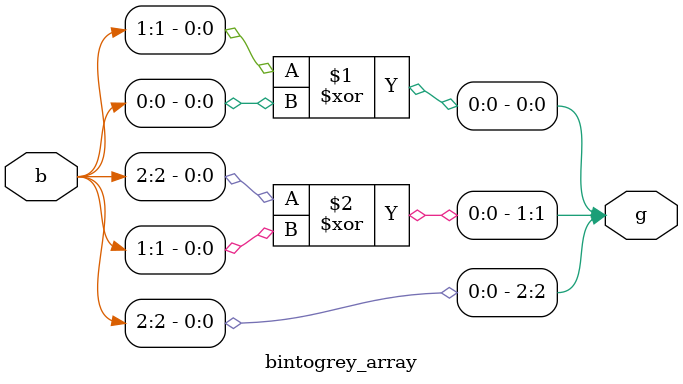
<source format=v>
`timescale 1ns / 1ps
module bintogrey_array(b,g);
    input [2:0] b;
    output[2:0] g;
	 assign g[0] = b[1]^b[0];
	 assign g[1] = b[2]^b[1];	
    assign g[2] = b[2];	 
     

endmodule

</source>
